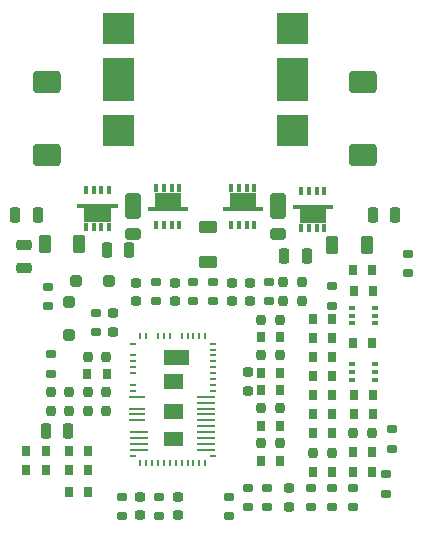
<source format=gtp>
%TF.GenerationSoftware,KiCad,Pcbnew,9.0.1*%
%TF.CreationDate,2025-04-05T23:32:22-07:00*%
%TF.ProjectId,LT8491-mezzanine,4c543834-3931-42d6-9d65-7a7a616e696e,1.1*%
%TF.SameCoordinates,Original*%
%TF.FileFunction,Paste,Top*%
%TF.FilePolarity,Positive*%
%FSLAX46Y46*%
G04 Gerber Fmt 4.6, Leading zero omitted, Abs format (unit mm)*
G04 Created by KiCad (PCBNEW 9.0.1) date 2025-04-05 23:32:22*
%MOMM*%
%LPD*%
G01*
G04 APERTURE LIST*
G04 Aperture macros list*
%AMRoundRect*
0 Rectangle with rounded corners*
0 $1 Rounding radius*
0 $2 $3 $4 $5 $6 $7 $8 $9 X,Y pos of 4 corners*
0 Add a 4 corners polygon primitive as box body*
4,1,4,$2,$3,$4,$5,$6,$7,$8,$9,$2,$3,0*
0 Add four circle primitives for the rounded corners*
1,1,$1+$1,$2,$3*
1,1,$1+$1,$4,$5*
1,1,$1+$1,$6,$7*
1,1,$1+$1,$8,$9*
0 Add four rect primitives between the rounded corners*
20,1,$1+$1,$2,$3,$4,$5,0*
20,1,$1+$1,$4,$5,$6,$7,0*
20,1,$1+$1,$6,$7,$8,$9,0*
20,1,$1+$1,$8,$9,$2,$3,0*%
G04 Aperture macros list end*
%ADD10C,0.000000*%
%ADD11C,0.120000*%
%ADD12RoundRect,0.180000X-0.180000X-0.247500X0.180000X-0.247500X0.180000X0.247500X-0.180000X0.247500X0*%
%ADD13RoundRect,0.180000X-0.247500X0.180000X-0.247500X-0.180000X0.247500X-0.180000X0.247500X0.180000X0*%
%ADD14RoundRect,0.180000X0.247500X-0.180000X0.247500X0.180000X-0.247500X0.180000X-0.247500X-0.180000X0*%
%ADD15RoundRect,0.225000X0.225000X0.427500X-0.225000X0.427500X-0.225000X-0.427500X0.225000X-0.427500X0*%
%ADD16RoundRect,0.202500X-0.225000X0.202500X-0.225000X-0.202500X0.225000X-0.202500X0.225000X0.202500X0*%
%ADD17RoundRect,0.202500X-0.202500X-0.225000X0.202500X-0.225000X0.202500X0.225000X-0.202500X0.225000X0*%
%ADD18RoundRect,0.225000X0.450000X-0.855000X0.450000X0.855000X-0.450000X0.855000X-0.450000X-0.855000X0*%
%ADD19RoundRect,0.225000X0.450000X-0.247500X0.450000X0.247500X-0.450000X0.247500X-0.450000X-0.247500X0*%
%ADD20RoundRect,0.090000X-0.202500X-0.090000X0.202500X-0.090000X0.202500X0.090000X-0.202500X0.090000X0*%
%ADD21RoundRect,0.225000X-0.225000X-0.427500X0.225000X-0.427500X0.225000X0.427500X-0.225000X0.427500X0*%
%ADD22R,0.320040X0.777240*%
%ADD23RoundRect,0.180000X0.180000X0.247500X-0.180000X0.247500X-0.180000X-0.247500X0.180000X-0.247500X0*%
%ADD24RoundRect,0.202500X0.225000X-0.202500X0.225000X0.202500X-0.225000X0.202500X-0.225000X-0.202500X0*%
%ADD25RoundRect,0.202500X0.202500X0.225000X-0.202500X0.225000X-0.202500X-0.225000X0.202500X-0.225000X0*%
%ADD26R,0.540000X0.360000*%
%ADD27RoundRect,0.225000X-0.281250X-0.562500X0.281250X-0.562500X0.281250X0.562500X-0.281250X0.562500X0*%
%ADD28R,0.630000X0.225000*%
%ADD29R,1.620000X0.225000*%
%ADD30R,0.225000X0.630000*%
%ADD31R,1.350000X0.225000*%
%ADD32RoundRect,0.225000X-0.562500X0.281250X-0.562500X-0.281250X0.562500X-0.281250X0.562500X0.281250X0*%
%ADD33RoundRect,0.225000X0.270000X-0.270000X0.270000X0.270000X-0.270000X0.270000X-0.270000X-0.270000X0*%
%ADD34RoundRect,0.225000X0.270000X0.270000X-0.270000X0.270000X-0.270000X-0.270000X0.270000X-0.270000X0*%
%ADD35RoundRect,0.225000X0.922500X-0.708750X0.922500X0.708750X-0.922500X0.708750X-0.922500X-0.708750X0*%
%ADD36RoundRect,0.225000X-0.427500X0.225000X-0.427500X-0.225000X0.427500X-0.225000X0.427500X0.225000X0*%
G04 APERTURE END LIST*
D10*
%TO.C,Q2*%
G36*
X145817590Y-94355792D02*
G01*
X146401790Y-94355792D01*
X146401790Y-94685992D01*
X142998190Y-94685992D01*
X142998190Y-94355792D01*
X143582390Y-94355792D01*
X143582390Y-93158792D01*
X145817590Y-93158792D01*
X145817590Y-94355792D01*
G37*
%TO.C,L3*%
D11*
X139220990Y-77912011D02*
X141760990Y-77912011D01*
X141760990Y-80452011D01*
X139220990Y-80452011D01*
X139220990Y-77912011D01*
G36*
X139220990Y-77912011D02*
G01*
X141760990Y-77912011D01*
X141760990Y-80452011D01*
X139220990Y-80452011D01*
X139220990Y-77912011D01*
G37*
X139220990Y-81722011D02*
X141760990Y-81722011D01*
X141760990Y-85278011D01*
X139220990Y-85278011D01*
X139220990Y-81722011D01*
G36*
X139220990Y-81722011D02*
G01*
X141760990Y-81722011D01*
X141760990Y-85278011D01*
X139220990Y-85278011D01*
X139220990Y-81722011D01*
G37*
X139220990Y-86548011D02*
X141760990Y-86548011D01*
X141760990Y-89088011D01*
X139220990Y-89088011D01*
X139220990Y-86548011D01*
G36*
X139220990Y-86548011D02*
G01*
X141760990Y-86548011D01*
X141760990Y-89088011D01*
X139220990Y-89088011D01*
X139220990Y-86548011D01*
G37*
X153970990Y-77912011D02*
X156510990Y-77912011D01*
X156510990Y-80452011D01*
X153970990Y-80452011D01*
X153970990Y-77912011D01*
G36*
X153970990Y-77912011D02*
G01*
X156510990Y-77912011D01*
X156510990Y-80452011D01*
X153970990Y-80452011D01*
X153970990Y-77912011D01*
G37*
X153970990Y-81722011D02*
X156510990Y-81722011D01*
X156510990Y-85278011D01*
X153970990Y-85278011D01*
X153970990Y-81722011D01*
G36*
X153970990Y-81722011D02*
G01*
X156510990Y-81722011D01*
X156510990Y-85278011D01*
X153970990Y-85278011D01*
X153970990Y-81722011D01*
G37*
X153970990Y-86548011D02*
X156510990Y-86548011D01*
X156510990Y-89088011D01*
X153970990Y-89088011D01*
X153970990Y-86548011D01*
G36*
X153970990Y-86548011D02*
G01*
X156510990Y-86548011D01*
X156510990Y-89088011D01*
X153970990Y-89088011D01*
X153970990Y-86548011D01*
G37*
%TO.C,U4*%
X145874551Y-108450435D02*
X144374551Y-108450435D01*
X144374551Y-109625435D01*
X145874551Y-109625435D01*
X145874551Y-108450435D01*
G36*
X145874551Y-108450435D02*
G01*
X144374551Y-108450435D01*
X144374551Y-109625435D01*
X145874551Y-109625435D01*
X145874551Y-108450435D01*
G37*
X145874551Y-110990435D02*
X144374551Y-110990435D01*
X144374551Y-112165435D01*
X145874551Y-112165435D01*
X145874551Y-110990435D01*
G36*
X145874551Y-110990435D02*
G01*
X144374551Y-110990435D01*
X144374551Y-112165435D01*
X145874551Y-112165435D01*
X145874551Y-110990435D01*
G37*
X145874551Y-113341435D02*
X144374551Y-113341435D01*
X144374551Y-114516435D01*
X145874551Y-114516435D01*
X145874551Y-113341435D01*
G36*
X145874551Y-113341435D02*
G01*
X144374551Y-113341435D01*
X144374551Y-114516435D01*
X145874551Y-114516435D01*
X145874551Y-113341435D01*
G37*
X146382551Y-106418435D02*
X144374551Y-106418435D01*
X144374551Y-107593435D01*
X146382551Y-107593435D01*
X146382551Y-106418435D01*
G36*
X146382551Y-106418435D02*
G01*
X144374551Y-106418435D01*
X144374551Y-107593435D01*
X146382551Y-107593435D01*
X146382551Y-106418435D01*
G37*
D10*
%TO.C,Q1*%
G36*
X140451789Y-94394199D02*
G01*
X139867589Y-94394199D01*
X139867589Y-95591199D01*
X137632389Y-95591199D01*
X137632389Y-94394199D01*
X137048189Y-94394199D01*
X137048189Y-94063999D01*
X140451789Y-94063999D01*
X140451789Y-94394199D01*
G37*
%TO.C,Q3*%
G36*
X152169597Y-94355792D02*
G01*
X152753797Y-94355792D01*
X152753797Y-94685992D01*
X149350197Y-94685992D01*
X149350197Y-94355792D01*
X149934397Y-94355792D01*
X149934397Y-93158792D01*
X152169597Y-93158792D01*
X152169597Y-94355792D01*
G37*
%TO.C,Q4*%
G36*
X158695796Y-94484191D02*
G01*
X158111596Y-94484191D01*
X158111596Y-95681191D01*
X155876396Y-95681191D01*
X155876396Y-94484191D01*
X155292196Y-94484191D01*
X155292196Y-94153991D01*
X158695796Y-94153991D01*
X158695796Y-94484191D01*
G37*
%TD*%
D12*
%TO.C,R53*%
X156975000Y-108641424D03*
X158625000Y-108641424D03*
%TD*%
D13*
%TO.C,R31*%
X149900000Y-118841424D03*
X149900000Y-120491424D03*
%TD*%
D14*
%TO.C,R6*%
X163650000Y-114775000D03*
X163650000Y-113125000D03*
%TD*%
D15*
%TO.C,C18*%
X133700000Y-95000000D03*
X131800000Y-95000000D03*
%TD*%
%TO.C,C36*%
X156450000Y-98500000D03*
X154550000Y-98500000D03*
%TD*%
D16*
%TO.C,C38*%
X142350000Y-118891424D03*
X142350000Y-120441424D03*
%TD*%
D17*
%TO.C,C27*%
X154500000Y-100700000D03*
X156050000Y-100700000D03*
%TD*%
D12*
%TO.C,R52*%
X156975000Y-107041424D03*
X158625000Y-107041424D03*
%TD*%
D17*
%TO.C,C26*%
X137925000Y-111600000D03*
X139475000Y-111600000D03*
%TD*%
D18*
%TO.C,D1*%
X141750009Y-94250000D03*
D19*
X141750009Y-96625000D03*
%TD*%
D14*
%TO.C,R29*%
X156837047Y-119750000D03*
X156837047Y-118100000D03*
%TD*%
D12*
%TO.C,R26*%
X152575000Y-105341424D03*
X154225000Y-105341424D03*
%TD*%
%TO.C,R37*%
X152575000Y-109841424D03*
X154225000Y-109841424D03*
%TD*%
D13*
%TO.C,R7*%
X134600000Y-101075000D03*
X134600000Y-102725000D03*
%TD*%
D20*
%TO.C,Q6*%
X160325000Y-107650000D03*
X160325000Y-108300000D03*
X160325000Y-108950000D03*
X162225000Y-108950000D03*
X162225000Y-108300000D03*
X162225000Y-107650000D03*
%TD*%
D21*
%TO.C,C25*%
X139550000Y-98000000D03*
X141450000Y-98000000D03*
%TD*%
D22*
%TO.C,Q2*%
X143724991Y-95872988D03*
X144374989Y-95872988D03*
X145024991Y-95872988D03*
X145674989Y-95872988D03*
X145674989Y-92726990D03*
X145024991Y-92726990D03*
X144374989Y-92726990D03*
X143724991Y-92726990D03*
%TD*%
D14*
%TO.C,R3*%
X160375000Y-119750000D03*
X160375000Y-118100000D03*
%TD*%
D23*
%TO.C,R54*%
X162100000Y-111841424D03*
X160450000Y-111841424D03*
%TD*%
D14*
%TO.C,R44*%
X158620000Y-102695000D03*
X158620000Y-101045000D03*
%TD*%
D13*
%TO.C,R33*%
X153300000Y-100675000D03*
X153300000Y-102325000D03*
%TD*%
D24*
%TO.C,C39*%
X145550000Y-120441424D03*
X145550000Y-118891424D03*
%TD*%
D23*
%TO.C,R57*%
X162025000Y-105800000D03*
X160375000Y-105800000D03*
%TD*%
D25*
%TO.C,C19*%
X158575000Y-115141424D03*
X157025000Y-115141424D03*
%TD*%
D13*
%TO.C,R42*%
X140800000Y-118841424D03*
X140800000Y-120491424D03*
%TD*%
D16*
%TO.C,C29*%
X140100000Y-103325000D03*
X140100000Y-104875000D03*
%TD*%
D12*
%TO.C,R22*%
X152575000Y-112841424D03*
X154225000Y-112841424D03*
%TD*%
D23*
%TO.C,R23*%
X158625000Y-111841424D03*
X156975000Y-111841424D03*
%TD*%
%TO.C,R50*%
X162025000Y-99700000D03*
X160375000Y-99700000D03*
%TD*%
D14*
%TO.C,R4*%
X158625000Y-119750000D03*
X158625000Y-118100000D03*
%TD*%
D25*
%TO.C,C35*%
X139475000Y-110000000D03*
X137925000Y-110000000D03*
%TD*%
D23*
%TO.C,R36*%
X154225000Y-108341424D03*
X152575000Y-108341424D03*
%TD*%
D12*
%TO.C,R40*%
X156975000Y-110241424D03*
X158625000Y-110241424D03*
%TD*%
D25*
%TO.C,C21*%
X154175000Y-114341424D03*
X152625000Y-114341424D03*
%TD*%
%TO.C,C20*%
X136375000Y-111575000D03*
X134825000Y-111575000D03*
%TD*%
%TO.C,C1*%
X161975000Y-113441424D03*
X160425000Y-113441424D03*
%TD*%
D24*
%TO.C,C30*%
X150100000Y-102275000D03*
X150100000Y-100725000D03*
%TD*%
D26*
%TO.C,Q5*%
X162224989Y-104183575D03*
X162224989Y-103533575D03*
X162224989Y-102883575D03*
X160324989Y-102883575D03*
X160324989Y-103533575D03*
X160324989Y-104183575D03*
%TD*%
D25*
%TO.C,C32*%
X154175000Y-111341424D03*
X152625000Y-111341424D03*
%TD*%
D23*
%TO.C,R28*%
X158625000Y-116741424D03*
X156975000Y-116741424D03*
%TD*%
D18*
%TO.C,D2*%
X154050000Y-94250000D03*
D19*
X154050000Y-96625000D03*
%TD*%
D16*
%TO.C,C24*%
X145300000Y-100725000D03*
X145300000Y-102275000D03*
%TD*%
D27*
%TO.C,R46*%
X158637500Y-97571064D03*
X161562500Y-97571064D03*
%TD*%
D28*
%TO.C,U4*%
X148524551Y-115391435D03*
D29*
X147974551Y-114891435D03*
X147974551Y-114391435D03*
X147974551Y-113891435D03*
X147974551Y-113391435D03*
X147974551Y-112891435D03*
X147974551Y-112391435D03*
X147974551Y-111891435D03*
X147974551Y-111391435D03*
X147974551Y-110891435D03*
X147974551Y-110391435D03*
D28*
X148524551Y-109891435D03*
X148524551Y-109391435D03*
X148524551Y-108891435D03*
X148524551Y-108391435D03*
X148524551Y-107891435D03*
X148524551Y-107391435D03*
X148524551Y-106891435D03*
X148524551Y-106391435D03*
X148524551Y-105891435D03*
D30*
X147874551Y-105241435D03*
X147374551Y-105241435D03*
X146874551Y-105241435D03*
X146374551Y-105241435D03*
X145874551Y-105241435D03*
X144874551Y-105241435D03*
X144374551Y-105241435D03*
X143874551Y-105241435D03*
X142874551Y-105241435D03*
X142374551Y-105241435D03*
D28*
X141724551Y-105891435D03*
X141724551Y-106891435D03*
X141724551Y-107391435D03*
X141724551Y-107891435D03*
X141724551Y-108391435D03*
X141724551Y-109391435D03*
X141724551Y-109891435D03*
D31*
X142124551Y-110391435D03*
X142124551Y-111391435D03*
X142124551Y-111891435D03*
X142124551Y-112391435D03*
D29*
X142274551Y-113391435D03*
X142274551Y-113891435D03*
X142274551Y-114391435D03*
X142274551Y-114891435D03*
D28*
X141724551Y-115391435D03*
D30*
X142374551Y-116041435D03*
X142874551Y-116041435D03*
X143374551Y-116041435D03*
X143874551Y-116041435D03*
X144374551Y-116041435D03*
X144874551Y-116041435D03*
X145374551Y-116041435D03*
X145874551Y-116041435D03*
X146374551Y-116041435D03*
X146874551Y-116041435D03*
X147374551Y-116041435D03*
X147874551Y-116041435D03*
%TD*%
D32*
%TO.C,R38*%
X148100000Y-96037500D03*
X148100000Y-98962500D03*
%TD*%
D33*
%TO.C,D12*%
X136360000Y-105130000D03*
X136360000Y-102330000D03*
%TD*%
D14*
%TO.C,R2*%
X165000000Y-99925000D03*
X165000000Y-98275000D03*
%TD*%
D34*
%TO.C,D13*%
X139740000Y-100580000D03*
X136940000Y-100580000D03*
%TD*%
D35*
%TO.C,C16*%
X134500000Y-89962500D03*
X134500000Y-83737500D03*
%TD*%
D36*
%TO.C,C22*%
X132500000Y-97550000D03*
X132500000Y-99450000D03*
%TD*%
D16*
%TO.C,C40*%
X154937047Y-118150000D03*
X154937047Y-119700000D03*
%TD*%
D12*
%TO.C,R24*%
X156975000Y-113441424D03*
X158625000Y-113441424D03*
%TD*%
D23*
%TO.C,R47*%
X162025000Y-115041424D03*
X160375000Y-115041424D03*
%TD*%
%TO.C,R21*%
X134375000Y-115000000D03*
X132725000Y-115000000D03*
%TD*%
D22*
%TO.C,Q1*%
X139724988Y-92877003D03*
X139074990Y-92877003D03*
X138424988Y-92877003D03*
X137774990Y-92877003D03*
X137774990Y-96023001D03*
X138424988Y-96023001D03*
X139074990Y-96023001D03*
X139724988Y-96023001D03*
%TD*%
D14*
%TO.C,R43*%
X151500000Y-119750000D03*
X151500000Y-118100000D03*
%TD*%
D17*
%TO.C,C31*%
X152625000Y-106841424D03*
X154175000Y-106841424D03*
%TD*%
D25*
%TO.C,C28*%
X156050000Y-102300000D03*
X154500000Y-102300000D03*
%TD*%
D13*
%TO.C,R1*%
X134825000Y-106795000D03*
X134825000Y-108445000D03*
%TD*%
%TO.C,R49*%
X153100000Y-118100000D03*
X153100000Y-119750000D03*
%TD*%
D27*
%TO.C,R27*%
X134287500Y-97500000D03*
X137212500Y-97500000D03*
%TD*%
D22*
%TO.C,Q3*%
X150076998Y-95872988D03*
X150726996Y-95872988D03*
X151376998Y-95872988D03*
X152026996Y-95872988D03*
X152026996Y-92726990D03*
X151376998Y-92726990D03*
X150726996Y-92726990D03*
X150076998Y-92726990D03*
%TD*%
D12*
%TO.C,R48*%
X137875000Y-108500000D03*
X139525000Y-108500000D03*
%TD*%
D13*
%TO.C,R41*%
X143950000Y-118841424D03*
X143950000Y-120491424D03*
%TD*%
D23*
%TO.C,R58*%
X158625000Y-103841424D03*
X156975000Y-103841424D03*
%TD*%
D25*
%TO.C,C37*%
X136375000Y-110000000D03*
X134825000Y-110000000D03*
%TD*%
D14*
%TO.C,R5*%
X163195000Y-118617500D03*
X163195000Y-116967500D03*
%TD*%
D12*
%TO.C,R45*%
X160375000Y-116741424D03*
X162025000Y-116741424D03*
%TD*%
D14*
%TO.C,R32*%
X138600000Y-104925000D03*
X138600000Y-103275000D03*
%TD*%
D35*
%TO.C,C42*%
X161250000Y-89962500D03*
X161250000Y-83737500D03*
%TD*%
D23*
%TO.C,R55*%
X162100000Y-101425000D03*
X160450000Y-101425000D03*
%TD*%
%TO.C,R17*%
X137958576Y-116600000D03*
X136308576Y-116600000D03*
%TD*%
D21*
%TO.C,C41*%
X162050000Y-95000000D03*
X163950000Y-95000000D03*
%TD*%
D17*
%TO.C,C23*%
X152625000Y-103900000D03*
X154175000Y-103900000D03*
%TD*%
D22*
%TO.C,Q4*%
X157968995Y-92966995D03*
X157318997Y-92966995D03*
X156668995Y-92966995D03*
X156018997Y-92966995D03*
X156018997Y-96112993D03*
X156668995Y-96112993D03*
X157318997Y-96112993D03*
X157968995Y-96112993D03*
%TD*%
D15*
%TO.C,C17*%
X136250000Y-113300000D03*
X134350000Y-113300000D03*
%TD*%
D13*
%TO.C,R39*%
X143700000Y-100675000D03*
X143700000Y-102325000D03*
%TD*%
D23*
%TO.C,R18*%
X134358576Y-116600000D03*
X132708576Y-116600000D03*
%TD*%
D24*
%TO.C,C33*%
X142050000Y-102275000D03*
X142050000Y-100725000D03*
%TD*%
D14*
%TO.C,R19*%
X146800000Y-102325000D03*
X146800000Y-100675000D03*
%TD*%
D13*
%TO.C,R34*%
X148500000Y-100675000D03*
X148500000Y-102325000D03*
%TD*%
D23*
%TO.C,R20*%
X137975000Y-115000000D03*
X136325000Y-115000000D03*
%TD*%
%TO.C,R51*%
X158625000Y-105441424D03*
X156975000Y-105441424D03*
%TD*%
D12*
%TO.C,R30*%
X152575000Y-115841424D03*
X154225000Y-115841424D03*
%TD*%
%TO.C,R56*%
X160450000Y-110241424D03*
X162100000Y-110241424D03*
%TD*%
D23*
%TO.C,R25*%
X137958576Y-118430000D03*
X136308576Y-118430000D03*
%TD*%
D24*
%TO.C,C15*%
X151700000Y-102275000D03*
X151700000Y-100725000D03*
%TD*%
D25*
%TO.C,C34*%
X139475000Y-107000000D03*
X137925000Y-107000000D03*
%TD*%
D16*
%TO.C,C43*%
X151500000Y-108316424D03*
X151500000Y-109866424D03*
%TD*%
M02*

</source>
